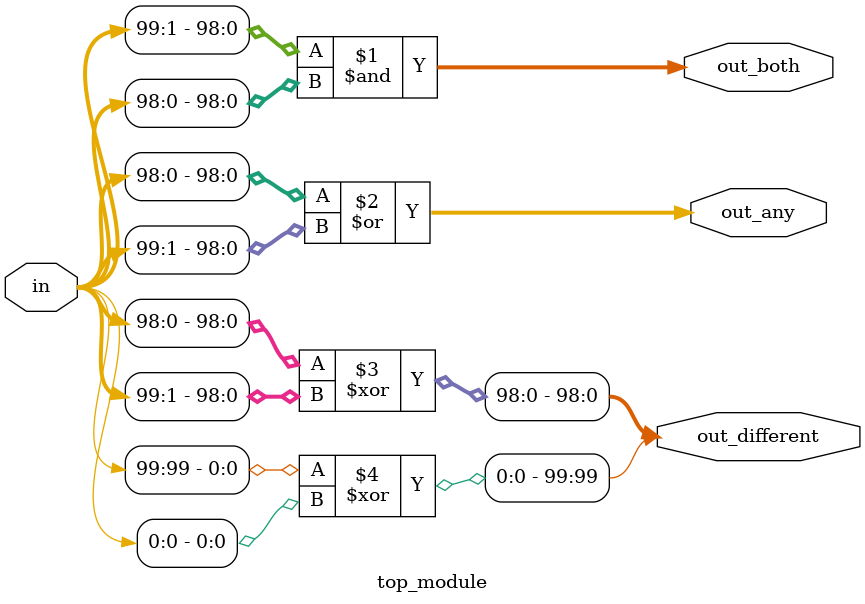
<source format=v>
module top_module( 
    input [99:0] in,
    output [98:0] out_both,
    output [99:1] out_any,
    output [99:0] out_different );
    assign out_both=in[99:1]&in[98:0];
    assign out_any= in[98:0]|in[99:1];
    assign out_different={in[99]^in[0],in[98:0]^in[99:1]};


endmodule

</source>
